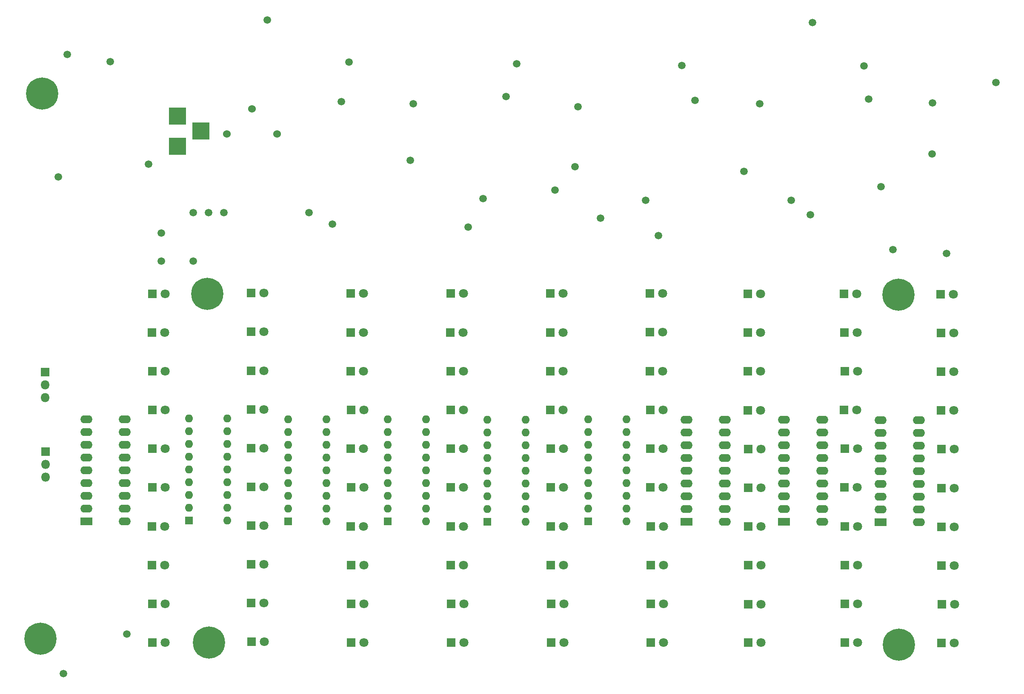
<source format=gbr>
G04 #@! TF.FileFunction,Copper,L3,Inr,Mixed*
%FSLAX46Y46*%
G04 Gerber Fmt 4.6, Leading zero omitted, Abs format (unit mm)*
G04 Created by KiCad (PCBNEW 4.0.7) date 06/13/18 12:32:35*
%MOMM*%
%LPD*%
G01*
G04 APERTURE LIST*
%ADD10C,0.100000*%
%ADD11C,6.400000*%
%ADD12R,2.400000X1.600000*%
%ADD13O,2.400000X1.600000*%
%ADD14R,1.800000X1.800000*%
%ADD15O,1.800000X1.800000*%
%ADD16R,1.600000X1.600000*%
%ADD17O,1.600000X1.600000*%
%ADD18C,1.524000*%
%ADD19R,3.500000X3.500000*%
%ADD20C,1.800000*%
%ADD21C,1.500000*%
G04 APERTURE END LIST*
D10*
D11*
X290550000Y-190400000D03*
D12*
X286837000Y-166029200D03*
D13*
X294457000Y-145709200D03*
X286837000Y-163489200D03*
X294457000Y-148249200D03*
X286837000Y-160949200D03*
X294457000Y-150789200D03*
X286837000Y-158409200D03*
X294457000Y-153329200D03*
X286837000Y-155869200D03*
X294457000Y-155869200D03*
X286837000Y-153329200D03*
X294457000Y-158409200D03*
X286837000Y-150789200D03*
X294457000Y-160949200D03*
X286837000Y-148249200D03*
X294457000Y-163489200D03*
X286837000Y-145709200D03*
X294457000Y-166029200D03*
D12*
X248229000Y-165978400D03*
D13*
X255849000Y-145658400D03*
X248229000Y-163438400D03*
X255849000Y-148198400D03*
X248229000Y-160898400D03*
X255849000Y-150738400D03*
X248229000Y-158358400D03*
X255849000Y-153278400D03*
X248229000Y-155818400D03*
X255849000Y-155818400D03*
X248229000Y-153278400D03*
X255849000Y-158358400D03*
X248229000Y-150738400D03*
X255849000Y-160898400D03*
X248229000Y-148198400D03*
X255849000Y-163438400D03*
X248229000Y-145658400D03*
X255849000Y-165978400D03*
D12*
X267634600Y-165978400D03*
D13*
X275254600Y-145658400D03*
X267634600Y-163438400D03*
X275254600Y-148198400D03*
X267634600Y-160898400D03*
X275254600Y-150738400D03*
X267634600Y-158358400D03*
X275254600Y-153278400D03*
X267634600Y-155818400D03*
X275254600Y-155818400D03*
X267634600Y-153278400D03*
X275254600Y-158358400D03*
X267634600Y-150738400D03*
X275254600Y-160898400D03*
X267634600Y-148198400D03*
X275254600Y-163438400D03*
X267634600Y-145658400D03*
X275254600Y-165978400D03*
D14*
X120770000Y-151960000D03*
D15*
X120770000Y-154500000D03*
X120770000Y-157040000D03*
D16*
X228671000Y-165876800D03*
D17*
X236291000Y-145556800D03*
X228671000Y-163336800D03*
X236291000Y-148096800D03*
X228671000Y-160796800D03*
X236291000Y-150636800D03*
X228671000Y-158256800D03*
X236291000Y-153176800D03*
X228671000Y-155716800D03*
X236291000Y-155716800D03*
X228671000Y-153176800D03*
X236291000Y-158256800D03*
X228671000Y-150636800D03*
X236291000Y-160796800D03*
X228671000Y-148096800D03*
X236291000Y-163336800D03*
X228671000Y-145556800D03*
X236291000Y-165876800D03*
D16*
X169031800Y-165876800D03*
D17*
X176651800Y-145556800D03*
X169031800Y-163336800D03*
X176651800Y-148096800D03*
X169031800Y-160796800D03*
X176651800Y-150636800D03*
X169031800Y-158256800D03*
X176651800Y-153176800D03*
X169031800Y-155716800D03*
X176651800Y-155716800D03*
X169031800Y-153176800D03*
X176651800Y-158256800D03*
X169031800Y-150636800D03*
X176651800Y-160796800D03*
X169031800Y-148096800D03*
X176651800Y-163336800D03*
X169031800Y-145556800D03*
X176651800Y-165876800D03*
D16*
X208655800Y-165927600D03*
D17*
X216275800Y-145607600D03*
X208655800Y-163387600D03*
X216275800Y-148147600D03*
X208655800Y-160847600D03*
X216275800Y-150687600D03*
X208655800Y-158307600D03*
X216275800Y-153227600D03*
X208655800Y-155767600D03*
X216275800Y-155767600D03*
X208655800Y-153227600D03*
X216275800Y-158307600D03*
X208655800Y-150687600D03*
X216275800Y-160847600D03*
X208655800Y-148147600D03*
X216275800Y-163387600D03*
X208655800Y-145607600D03*
X216275800Y-165927600D03*
D16*
X149321400Y-165673600D03*
D17*
X156941400Y-145353600D03*
X149321400Y-163133600D03*
X156941400Y-147893600D03*
X149321400Y-160593600D03*
X156941400Y-150433600D03*
X149321400Y-158053600D03*
X156941400Y-152973600D03*
X149321400Y-155513600D03*
X156941400Y-155513600D03*
X149321400Y-152973600D03*
X156941400Y-158053600D03*
X149321400Y-150433600D03*
X156941400Y-160593600D03*
X149321400Y-147893600D03*
X156941400Y-163133600D03*
X149321400Y-145353600D03*
X156941400Y-165673600D03*
D16*
X188843800Y-165876800D03*
D17*
X196463800Y-145556800D03*
X188843800Y-163336800D03*
X196463800Y-148096800D03*
X188843800Y-160796800D03*
X196463800Y-150636800D03*
X188843800Y-158256800D03*
X196463800Y-153176800D03*
X188843800Y-155716800D03*
X196463800Y-155716800D03*
X188843800Y-153176800D03*
X196463800Y-158256800D03*
X188843800Y-150636800D03*
X196463800Y-160796800D03*
X188843800Y-148096800D03*
X196463800Y-163336800D03*
X188843800Y-145556800D03*
X196463800Y-165876800D03*
D12*
X128849000Y-165826000D03*
D13*
X136469000Y-145506000D03*
X128849000Y-163286000D03*
X136469000Y-148046000D03*
X128849000Y-160746000D03*
X136469000Y-150586000D03*
X128849000Y-158206000D03*
X136469000Y-153126000D03*
X128849000Y-155666000D03*
X136469000Y-155666000D03*
X128849000Y-153126000D03*
X136469000Y-158206000D03*
X128849000Y-150586000D03*
X136469000Y-160746000D03*
X128849000Y-148046000D03*
X136469000Y-163286000D03*
X128849000Y-145506000D03*
X136469000Y-165826000D03*
D14*
X120670200Y-136108000D03*
D15*
X120670200Y-138648000D03*
X120670200Y-141188000D03*
D18*
X161811000Y-83735000D03*
X156811000Y-88735000D03*
X166811000Y-88735000D03*
D19*
X146961000Y-91160000D03*
X146961000Y-85160000D03*
X151661000Y-88160000D03*
D14*
X298825800Y-120614000D03*
D20*
X301365800Y-120614000D03*
D14*
X298927400Y-128335600D03*
D20*
X301467400Y-128335600D03*
D14*
X298927400Y-136057200D03*
D20*
X301467400Y-136057200D03*
D14*
X298927400Y-143778800D03*
D20*
X301467400Y-143778800D03*
D14*
X298978200Y-151500400D03*
D20*
X301518200Y-151500400D03*
D14*
X298978200Y-159222000D03*
D20*
X301518200Y-159222000D03*
D14*
X298978200Y-166943600D03*
D20*
X301518200Y-166943600D03*
D14*
X298978200Y-174665200D03*
D20*
X301518200Y-174665200D03*
D14*
X299029000Y-182386800D03*
D20*
X301569000Y-182386800D03*
D14*
X298978200Y-190108400D03*
D20*
X301518200Y-190108400D03*
D14*
X260421000Y-120563200D03*
D20*
X262961000Y-120563200D03*
D14*
X260471800Y-128284800D03*
D20*
X263011800Y-128284800D03*
D14*
X260471800Y-136006400D03*
D20*
X263011800Y-136006400D03*
D14*
X260471800Y-143728000D03*
D20*
X263011800Y-143728000D03*
D14*
X260522600Y-151449600D03*
D20*
X263062600Y-151449600D03*
D14*
X260522600Y-159171200D03*
D20*
X263062600Y-159171200D03*
D14*
X260522600Y-166892800D03*
D20*
X263062600Y-166892800D03*
D14*
X260522600Y-174614400D03*
D20*
X263062600Y-174614400D03*
D14*
X260573400Y-182336000D03*
D20*
X263113400Y-182336000D03*
D14*
X260522600Y-190006800D03*
D20*
X263062600Y-190006800D03*
D14*
X279623400Y-120563200D03*
D20*
X282163400Y-120563200D03*
D14*
X279674200Y-128234000D03*
D20*
X282214200Y-128234000D03*
D14*
X279725000Y-135955600D03*
D20*
X282265000Y-135955600D03*
D14*
X279623400Y-143677200D03*
D20*
X282163400Y-143677200D03*
D14*
X279725000Y-151398800D03*
D20*
X282265000Y-151398800D03*
D14*
X279674200Y-159120400D03*
D20*
X282214200Y-159120400D03*
D14*
X279725000Y-166842000D03*
D20*
X282265000Y-166842000D03*
D14*
X279725000Y-174563600D03*
D20*
X282265000Y-174563600D03*
D14*
X279725000Y-182285200D03*
D20*
X282265000Y-182285200D03*
D14*
X279775800Y-190006800D03*
D20*
X282315800Y-190006800D03*
D14*
X241015400Y-120512400D03*
D20*
X243555400Y-120512400D03*
D14*
X181427000Y-120512400D03*
D20*
X183967000Y-120512400D03*
D14*
X241015400Y-128183200D03*
D20*
X243555400Y-128183200D03*
D14*
X181427000Y-128234000D03*
D20*
X183967000Y-128234000D03*
D14*
X241015400Y-135955600D03*
D20*
X243555400Y-135955600D03*
D14*
X181477800Y-135955600D03*
D20*
X184017800Y-135955600D03*
D14*
X241066200Y-143677200D03*
D20*
X243606200Y-143677200D03*
D14*
X181528600Y-143677200D03*
D20*
X184068600Y-143677200D03*
D14*
X241066200Y-151398800D03*
D20*
X243606200Y-151398800D03*
D14*
X181477800Y-151398800D03*
D20*
X184017800Y-151398800D03*
D14*
X241066200Y-159120400D03*
D20*
X243606200Y-159120400D03*
D14*
X181528600Y-159120400D03*
D20*
X184068600Y-159120400D03*
D14*
X241117000Y-166842000D03*
D20*
X243657000Y-166842000D03*
D14*
X181477800Y-166842000D03*
D20*
X184017800Y-166842000D03*
D14*
X241117000Y-174563600D03*
D20*
X243657000Y-174563600D03*
D14*
X181528600Y-174563600D03*
D20*
X184068600Y-174563600D03*
D14*
X241167800Y-182285200D03*
D20*
X243707800Y-182285200D03*
D14*
X181528600Y-182285200D03*
D20*
X184068600Y-182285200D03*
D14*
X241117000Y-190006800D03*
D20*
X243657000Y-190006800D03*
D14*
X181528600Y-190006800D03*
D20*
X184068600Y-190006800D03*
D14*
X221203400Y-120512400D03*
D20*
X223743400Y-120512400D03*
D14*
X161665800Y-120410800D03*
D20*
X164205800Y-120410800D03*
D14*
X221152600Y-128234000D03*
D20*
X223692600Y-128234000D03*
D14*
X161665800Y-128132400D03*
D20*
X164205800Y-128132400D03*
D14*
X221203400Y-135955600D03*
D20*
X223743400Y-135955600D03*
D14*
X161665800Y-135854000D03*
D20*
X164205800Y-135854000D03*
D14*
X221203400Y-143677200D03*
D20*
X223743400Y-143677200D03*
D14*
X161665800Y-143575600D03*
D20*
X164205800Y-143575600D03*
D14*
X221254200Y-151398800D03*
D20*
X223794200Y-151398800D03*
D14*
X161665800Y-151297200D03*
D20*
X164205800Y-151297200D03*
D14*
X221254200Y-159120400D03*
D20*
X223794200Y-159120400D03*
D14*
X161665800Y-159018800D03*
D20*
X164205800Y-159018800D03*
D14*
X221254200Y-166842000D03*
D20*
X223794200Y-166842000D03*
D14*
X161665800Y-166740400D03*
D20*
X164205800Y-166740400D03*
D14*
X221254200Y-174563600D03*
D20*
X223794200Y-174563600D03*
D14*
X161615000Y-174411200D03*
D20*
X164155000Y-174411200D03*
D14*
X221305000Y-182285200D03*
D20*
X223845000Y-182285200D03*
D14*
X161665800Y-182132800D03*
D20*
X164205800Y-182132800D03*
D14*
X221305000Y-190006800D03*
D20*
X223845000Y-190006800D03*
D14*
X161716600Y-189854400D03*
D20*
X164256600Y-189854400D03*
D14*
X201340600Y-120512400D03*
D20*
X203880600Y-120512400D03*
D14*
X142006200Y-120563200D03*
D20*
X144546200Y-120563200D03*
D14*
X201289800Y-128284800D03*
D20*
X203829800Y-128284800D03*
D14*
X141955400Y-128234000D03*
D20*
X144495400Y-128234000D03*
D14*
X201340600Y-135955600D03*
D20*
X203880600Y-135955600D03*
D14*
X142006200Y-135955600D03*
D20*
X144546200Y-135955600D03*
D14*
X201340600Y-143677200D03*
D20*
X203880600Y-143677200D03*
D14*
X142006200Y-143677200D03*
D20*
X144546200Y-143677200D03*
D14*
X201340600Y-151398800D03*
D20*
X203880600Y-151398800D03*
D14*
X142006200Y-151398800D03*
D20*
X144546200Y-151398800D03*
D14*
X201391400Y-159120400D03*
D20*
X203931400Y-159120400D03*
D14*
X142006200Y-159120400D03*
D20*
X144546200Y-159120400D03*
D14*
X201391400Y-166842000D03*
D20*
X203931400Y-166842000D03*
D14*
X141955400Y-166842000D03*
D20*
X144495400Y-166842000D03*
D14*
X201391400Y-174563600D03*
D20*
X203931400Y-174563600D03*
D14*
X141955400Y-174563600D03*
D20*
X144495400Y-174563600D03*
D14*
X201442200Y-182285200D03*
D20*
X203982200Y-182285200D03*
D14*
X142006200Y-182285200D03*
D20*
X144546200Y-182285200D03*
D14*
X201442200Y-190006800D03*
D20*
X203982200Y-190006800D03*
D14*
X142006200Y-190006800D03*
D20*
X144546200Y-190006800D03*
D11*
X119748000Y-189230000D03*
X120112944Y-80682944D03*
X290450000Y-120700000D03*
X153252944Y-190002944D03*
X152952944Y-120552944D03*
D21*
X136950000Y-188300000D03*
X124300000Y-196200000D03*
X309810000Y-78486000D03*
X273304000Y-66548000D03*
X164870000Y-66064000D03*
X262850000Y-82730000D03*
X173150000Y-104370000D03*
X123310000Y-97300000D03*
X297180000Y-82550000D03*
X286920000Y-99210000D03*
X179578000Y-82296000D03*
X212344000Y-81280000D03*
X284480000Y-81788000D03*
X143764000Y-108458000D03*
X141224000Y-94742000D03*
X289306000Y-111760000D03*
X231120000Y-105520000D03*
X133660000Y-74380000D03*
X299974000Y-112522000D03*
X177800000Y-106680000D03*
X156210000Y-104394000D03*
X249936000Y-82042000D03*
X153162000Y-104394000D03*
X193294000Y-93980000D03*
X150114000Y-104394000D03*
X181102000Y-74422000D03*
X226060000Y-95250000D03*
X207772000Y-101600000D03*
X214520000Y-74770000D03*
X204820000Y-107270000D03*
X259690000Y-96160000D03*
X240130000Y-101930000D03*
X242700000Y-108940000D03*
X247320000Y-75120000D03*
X272870000Y-104800000D03*
X297120000Y-92740000D03*
X283570000Y-75170000D03*
X269110000Y-101940000D03*
X222070000Y-99920000D03*
X193910000Y-82760000D03*
X226710000Y-83340000D03*
X143764000Y-114046000D03*
X125060000Y-72870000D03*
X150114000Y-114046000D03*
M02*

</source>
